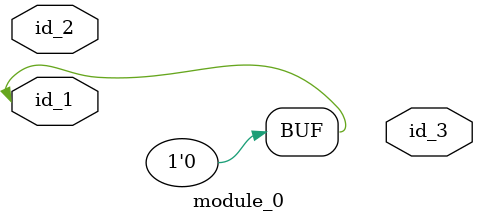
<source format=v>
module module_0 (
    id_1,
    id_2,
    id_3
);
  output id_3;
  input id_2;
  inout id_1;
  assign id_1 = 1'b0;
endmodule

</source>
